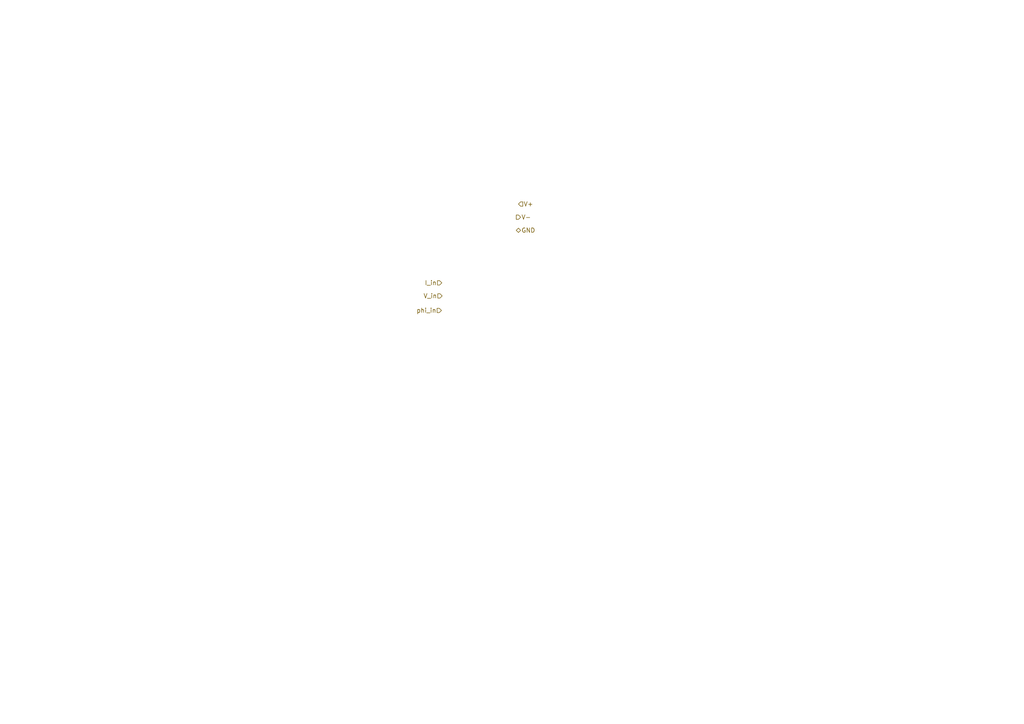
<source format=kicad_sch>
(kicad_sch (version 20211123) (generator eeschema)
  (paper "A4")
  (lib_symbols)
  (hierarchical_label "I_in" (shape input) (at 128.143 82.042 180))
  (hierarchical_label "phi_in" (shape input) (at 128.0414 90.043 180))
  (hierarchical_label "V_in" (shape input) (at 128.2446 85.8266 180))
  (hierarchical_label "V+" (shape input) (at 150.368 59.182 0))
  (hierarchical_label "GND" (shape bidirectional) (at 149.733 66.802 0))
  (hierarchical_label "V-" (shape output) (at 149.733 62.992 0))
)
</source>
